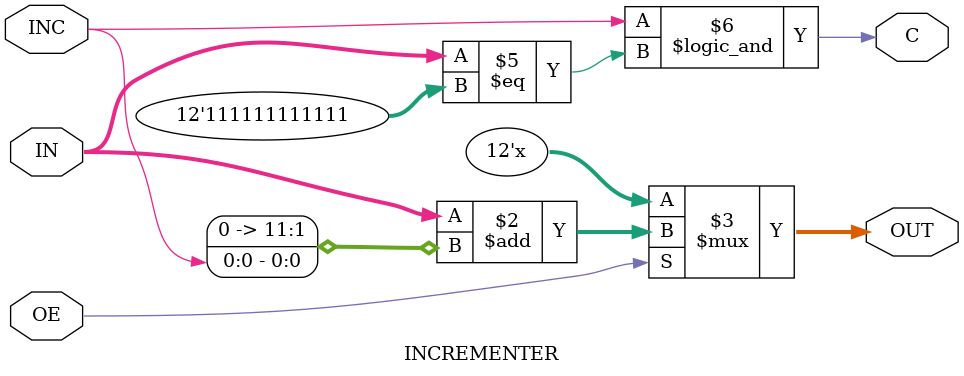
<source format=v>

`default_nettype none

module INCREMENTER (
  input [11:0] IN,
  input INC,
  input OE,
  output [11:0] OUT,
  output C
);

assign OUT=(OE==1 ? IN+{11'b0,INC} : 12'bzzzzzzzzzzzz);
assign C=(INC==1 && IN==4095);

endmodule



`ifdef TOP
module top(input CLK, inout P0,P1,P2,P3,P4,P5,P6,P7,P8,P9,P10,P11,P12,P13,P14,P15,P16,P17,P18,P19,P20,P21,P22,P23,P24,P25,P26,P27,P28,P29,P30,P31,P32,P33,P34,P35,P36,P37,P38,P39,P40,P41,P42,P43,P44,P45,P46,P47,P48,P49,P50,P51,P52,P53,P54,P55,P56,P57,P58,P59,P60,P61,P62,P63,P64,P65,P66);
  INCREMENTER dut(
    {P0,P1,P2,P3, P4,P5,P6,P7, P8,P9,P10,P11},
    P12,P13,
    {P14,P15,P16,P17, P18,P19,P20,P21, P22,P23,P24,P25},
    P26
  );
endmodule
`endif

</source>
